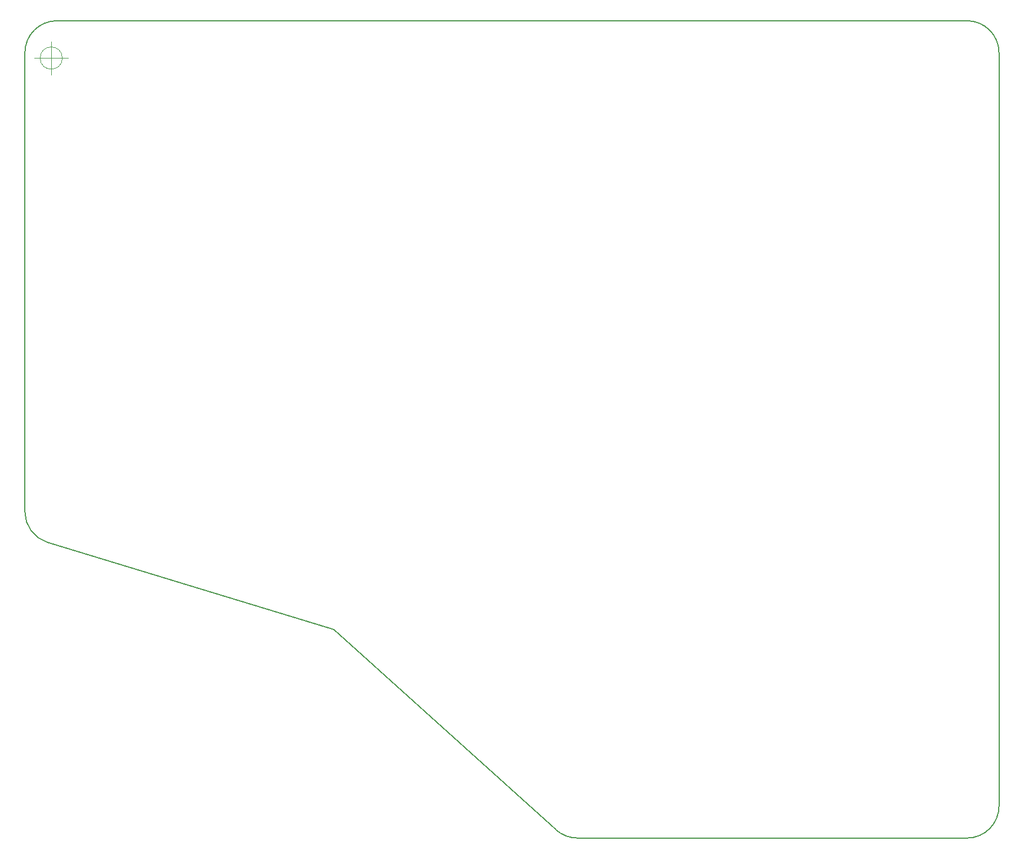
<source format=gbr>
%TF.GenerationSoftware,KiCad,Pcbnew,(6.0.5)*%
%TF.CreationDate,2022-05-16T23:14:11-04:00*%
%TF.ProjectId,keybert,6b657962-6572-4742-9e6b-696361645f70,0.0.1a*%
%TF.SameCoordinates,Original*%
%TF.FileFunction,Profile,NP*%
%FSLAX46Y46*%
G04 Gerber Fmt 4.6, Leading zero omitted, Abs format (unit mm)*
G04 Created by KiCad (PCBNEW (6.0.5)) date 2022-05-16 23:14:11*
%MOMM*%
%LPD*%
G01*
G04 APERTURE LIST*
%TA.AperFunction,Profile*%
%ADD10C,0.100000*%
%TD*%
%TA.AperFunction,Profile*%
%ADD11C,0.160000*%
%TD*%
G04 APERTURE END LIST*
D10*
X23097916Y-23018750D02*
G75*
G03*
X23097916Y-23018750I-1666666J0D01*
G01*
X18931250Y-23018750D02*
X23931250Y-23018750D01*
X21431250Y-20518750D02*
X21431250Y-25518750D01*
D11*
X17473751Y-91315120D02*
G75*
G03*
X20870366Y-95905382I4799999J0D01*
G01*
X163973809Y-22205891D02*
G75*
G03*
X159173750Y-17405891I-4800009J-9D01*
G01*
X20870366Y-95905382D02*
X63904080Y-109062109D01*
X17473750Y-22205898D02*
X17473750Y-91315120D01*
X159173749Y-140405891D02*
X100557423Y-140405891D01*
X97345597Y-139172986D02*
X63904080Y-109062109D01*
X97345615Y-139172966D02*
G75*
G03*
X100557423Y-140405891I3211885J3567166D01*
G01*
X22273726Y-17405890D02*
G75*
G03*
X17473750Y-22205898I24J-4800000D01*
G01*
X22273726Y-17405891D02*
X159173750Y-17405891D01*
X159173749Y-140405950D02*
G75*
G03*
X163973750Y-135605891I-49J4800050D01*
G01*
X163973750Y-22205891D02*
X163973750Y-135605891D01*
M02*

</source>
